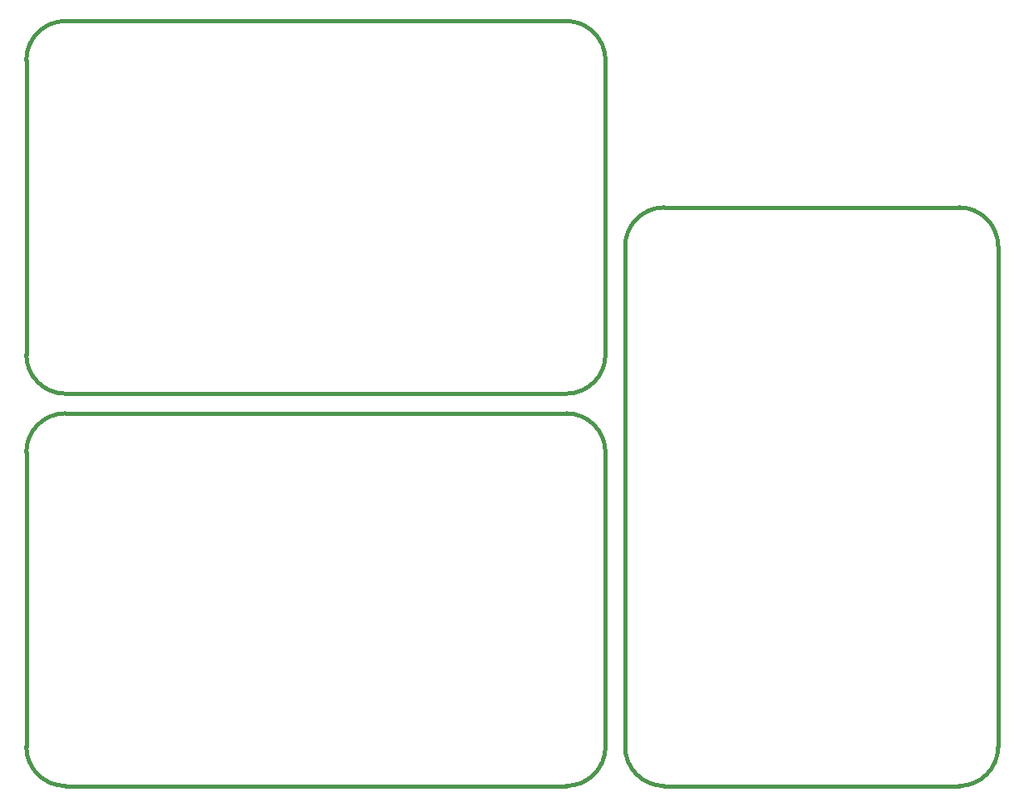
<source format=gm1>
%MOIN*%
%OFA0B0*%
%FSLAX46Y46*%
%IPPOS*%
%LPD*%
%ADD10C,0.015000000000000001*%
%ADD21C,0.015000000000000001*%
%ADD22C,0.015000000000000001*%
G01*
D10*
X0002322834Y0001338582D02*
X0002322834Y0000157480D01*
X0002322834Y0001338582D02*
G75*
G03*
X0002165354Y0001496062I-0000157480D01*
G01*
X0002165354Y0001496062D02*
X0000157480Y0001496062D01*
X0002165354Y0000000000D02*
X0000157480Y0000000000D01*
X0000000000Y0001338582D02*
X0000000000Y0000157480D01*
X0000157480Y0001496062D02*
G75*
G03*
X0000000000Y0001338582J-0000157480D01*
G01*
X0002165354Y0000000000D02*
G75*
G03*
X0002322834Y0000157480J0000157480D01*
G01*
X0000000000Y0000157480D02*
G75*
G03*
X0000157480Y0000000000I0000157480D01*
G01*
G04 next file*
G04 Gerber Fmt 4.6, Leading zero omitted, Abs format (unit mm)*
G04 Created by KiCad (PCBNEW (6.0.1)) date 2022-06-02 17:03:42*
G01*
G04 APERTURE LIST*
G04 APERTURE END LIST*
D21*
X0002322834Y0002913385D02*
X0002322834Y0001732283D01*
X0002322834Y0002913385D02*
G75*
G03*
X0002165354Y0003070866I-0000157480D01*
G01*
X0002165354Y0003070866D02*
X0000157480Y0003070866D01*
X0002165354Y0001574803D02*
X0000157480Y0001574803D01*
X0000000000Y0002913385D02*
X0000000000Y0001732283D01*
X0000157480Y0003070866D02*
G75*
G03*
X0000000000Y0002913385J-0000157480D01*
G01*
X0002165354Y0001574803D02*
G75*
G03*
X0002322834Y0001732283J0000157480D01*
G01*
X0000000000Y0001732283D02*
G75*
G03*
X0000157480Y0001574803I0000157480D01*
G01*
G04 next file*
G04 Gerber Fmt 4.6, Leading zero omitted, Abs format (unit mm)*
G04 Created by KiCad (PCBNEW (6.0.1)) date 2022-06-02 17:03:42*
G01*
G04 APERTURE LIST*
G04 APERTURE END LIST*
D22*
X0002559055Y0002322834D02*
X0003740157Y0002322834D01*
X0002559055Y0002322834D02*
G75*
G03*
X0002401574Y0002165354J-0000157480D01*
G01*
X0002401574Y0002165354D02*
X0002401574Y0000157480D01*
X0003897637Y0002165354D02*
X0003897637Y0000157480D01*
X0002559055Y0000000000D02*
X0003740157Y0000000000D01*
X0002401574Y0000157480D02*
G75*
G03*
X0002559055Y0000000000I0000157480D01*
G01*
X0003897637Y0002165354D02*
G75*
G03*
X0003740157Y0002322834I-0000157480D01*
G01*
X0003740157Y0000000000D02*
G75*
G03*
X0003897637Y0000157480J0000157480D01*
G01*
M02*
</source>
